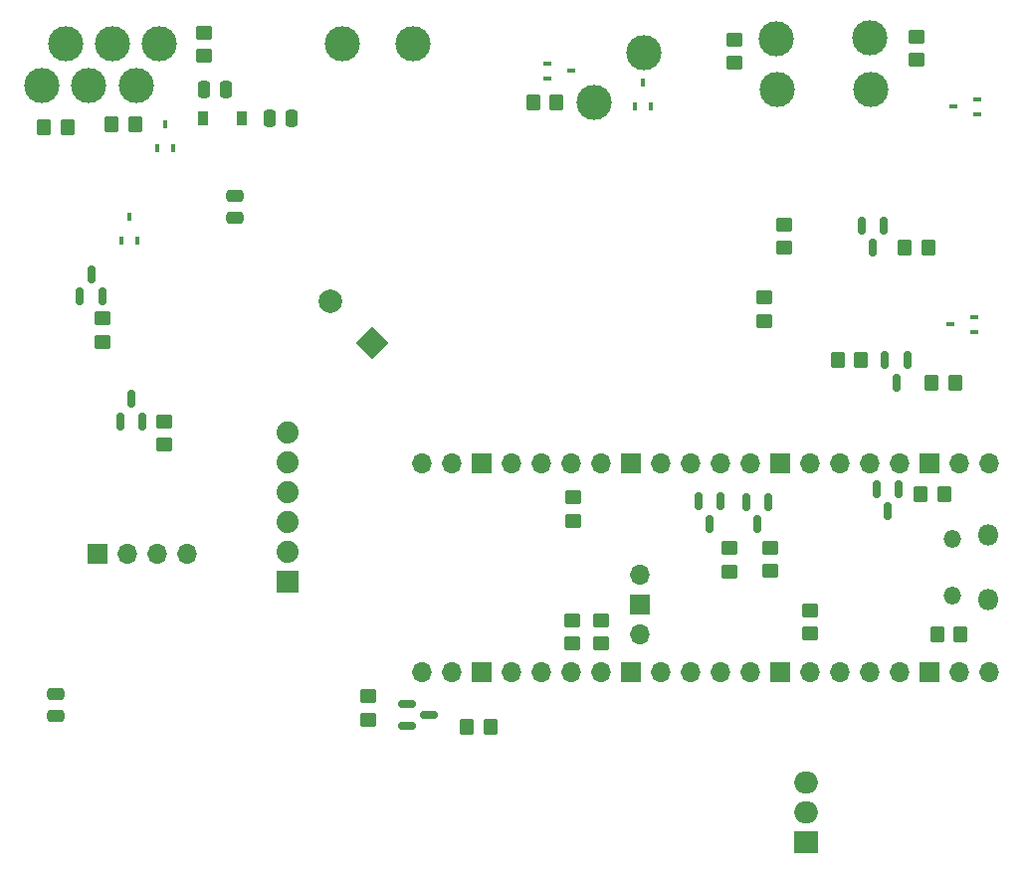
<source format=gbr>
%TF.GenerationSoftware,KiCad,Pcbnew,6.0.11-2627ca5db0~126~ubuntu22.04.1*%
%TF.CreationDate,2023-02-22T13:25:34-05:00*%
%TF.ProjectId,webasto-mainboard,77656261-7374-46f2-9d6d-61696e626f61,2.0*%
%TF.SameCoordinates,Original*%
%TF.FileFunction,Soldermask,Bot*%
%TF.FilePolarity,Negative*%
%FSLAX46Y46*%
G04 Gerber Fmt 4.6, Leading zero omitted, Abs format (unit mm)*
G04 Created by KiCad (PCBNEW 6.0.11-2627ca5db0~126~ubuntu22.04.1) date 2023-02-22 13:25:34*
%MOMM*%
%LPD*%
G01*
G04 APERTURE LIST*
G04 Aperture macros list*
%AMRoundRect*
0 Rectangle with rounded corners*
0 $1 Rounding radius*
0 $2 $3 $4 $5 $6 $7 $8 $9 X,Y pos of 4 corners*
0 Add a 4 corners polygon primitive as box body*
4,1,4,$2,$3,$4,$5,$6,$7,$8,$9,$2,$3,0*
0 Add four circle primitives for the rounded corners*
1,1,$1+$1,$2,$3*
1,1,$1+$1,$4,$5*
1,1,$1+$1,$6,$7*
1,1,$1+$1,$8,$9*
0 Add four rect primitives between the rounded corners*
20,1,$1+$1,$2,$3,$4,$5,0*
20,1,$1+$1,$4,$5,$6,$7,0*
20,1,$1+$1,$6,$7,$8,$9,0*
20,1,$1+$1,$8,$9,$2,$3,0*%
%AMRotRect*
0 Rectangle, with rotation*
0 The origin of the aperture is its center*
0 $1 length*
0 $2 width*
0 $3 Rotation angle, in degrees counterclockwise*
0 Add horizontal line*
21,1,$1,$2,0,0,$3*%
G04 Aperture macros list end*
%ADD10RoundRect,0.250000X0.450000X-0.350000X0.450000X0.350000X-0.450000X0.350000X-0.450000X-0.350000X0*%
%ADD11RoundRect,0.250000X0.350000X0.450000X-0.350000X0.450000X-0.350000X-0.450000X0.350000X-0.450000X0*%
%ADD12C,3.000000*%
%ADD13R,2.000000X1.905000*%
%ADD14O,2.000000X1.905000*%
%ADD15O,1.500000X1.500000*%
%ADD16O,1.800000X1.800000*%
%ADD17O,1.700000X1.700000*%
%ADD18R,1.700000X1.700000*%
%ADD19RotRect,2.000000X2.000000X135.000000*%
%ADD20C,2.000000*%
%ADD21R,1.879600X1.879600*%
%ADD22C,1.879600*%
%ADD23R,0.450000X0.700000*%
%ADD24RoundRect,0.250000X-0.450000X0.350000X-0.450000X-0.350000X0.450000X-0.350000X0.450000X0.350000X0*%
%ADD25R,0.900000X1.200000*%
%ADD26RoundRect,0.150000X-0.150000X0.587500X-0.150000X-0.587500X0.150000X-0.587500X0.150000X0.587500X0*%
%ADD27R,0.700000X0.450000*%
%ADD28RoundRect,0.150000X0.150000X-0.587500X0.150000X0.587500X-0.150000X0.587500X-0.150000X-0.587500X0*%
%ADD29RoundRect,0.250000X-0.350000X-0.450000X0.350000X-0.450000X0.350000X0.450000X-0.350000X0.450000X0*%
%ADD30RoundRect,0.250000X-0.250000X-0.475000X0.250000X-0.475000X0.250000X0.475000X-0.250000X0.475000X0*%
%ADD31RoundRect,0.150000X-0.587500X-0.150000X0.587500X-0.150000X0.587500X0.150000X-0.587500X0.150000X0*%
%ADD32RoundRect,0.250000X0.475000X-0.250000X0.475000X0.250000X-0.475000X0.250000X-0.475000X-0.250000X0*%
%ADD33RoundRect,0.250000X-0.475000X0.250000X-0.475000X-0.250000X0.475000X-0.250000X0.475000X0.250000X0*%
%ADD34RoundRect,0.250000X0.250000X0.475000X-0.250000X0.475000X-0.250000X-0.475000X0.250000X-0.475000X0*%
G04 APERTURE END LIST*
D10*
%TO.C,R2*%
X169200000Y-106350000D03*
X169200000Y-104350000D03*
%TD*%
D11*
%TO.C,R1*%
X181975000Y-106375000D03*
X179975000Y-106375000D03*
%TD*%
D12*
%TO.C,JX3*%
X155037200Y-56841000D03*
X150795400Y-61082800D03*
%TD*%
D13*
%TO.C,U6*%
X168839000Y-124079000D03*
D14*
X168839000Y-121539000D03*
X168839000Y-118999000D03*
%TD*%
D15*
%TO.C,U2*%
X181270000Y-103125000D03*
D16*
X184300000Y-97975000D03*
X184300000Y-103425000D03*
D15*
X181270000Y-98275000D03*
D17*
X184430000Y-91810000D03*
X181890000Y-91810000D03*
D18*
X179350000Y-91810000D03*
D17*
X176810000Y-91810000D03*
X174270000Y-91810000D03*
X171730000Y-91810000D03*
X169190000Y-91810000D03*
D18*
X166650000Y-91810000D03*
D17*
X164110000Y-91810000D03*
X161570000Y-91810000D03*
X159030000Y-91810000D03*
X156490000Y-91810000D03*
D18*
X153950000Y-91810000D03*
D17*
X151410000Y-91810000D03*
X148870000Y-91810000D03*
X146330000Y-91810000D03*
X143790000Y-91810000D03*
D18*
X141250000Y-91810000D03*
D17*
X138710000Y-91810000D03*
X136170000Y-91810000D03*
X136170000Y-109590000D03*
X138710000Y-109590000D03*
D18*
X141250000Y-109590000D03*
D17*
X143790000Y-109590000D03*
X146330000Y-109590000D03*
X148870000Y-109590000D03*
X151410000Y-109590000D03*
D18*
X153950000Y-109590000D03*
D17*
X156490000Y-109590000D03*
X159030000Y-109590000D03*
X161570000Y-109590000D03*
X164110000Y-109590000D03*
D18*
X166650000Y-109590000D03*
D17*
X169190000Y-109590000D03*
X171730000Y-109590000D03*
X174270000Y-109590000D03*
X176810000Y-109590000D03*
D18*
X179350000Y-109590000D03*
D17*
X181890000Y-109590000D03*
X184430000Y-109590000D03*
X154700000Y-101284100D03*
D18*
X154700000Y-103824100D03*
D17*
X154700000Y-106364100D03*
%TD*%
D18*
%TO.C,J2*%
X108525000Y-99550000D03*
D17*
X111065000Y-99550000D03*
X113605000Y-99550000D03*
X116145000Y-99550000D03*
%TD*%
D19*
%TO.C,BZ1*%
X131900000Y-81600000D03*
D20*
X128364466Y-78064466D03*
%TD*%
D12*
%TO.C,JX4*%
X166275000Y-55665200D03*
X166351200Y-60034000D03*
%TD*%
%TO.C,JX2*%
X135346800Y-56125000D03*
X129352400Y-56125000D03*
%TD*%
%TO.C,JX1*%
X113807200Y-56119400D03*
X109819400Y-56119400D03*
X105802400Y-56131600D03*
X111826000Y-59624600D03*
X107812800Y-59624600D03*
X103825000Y-59650000D03*
%TD*%
D21*
%TO.C,J1*%
X124700000Y-101900000D03*
D22*
X124700000Y-99360000D03*
X124700000Y-96820000D03*
X124700000Y-94280000D03*
X124700000Y-91740000D03*
X124700000Y-89200000D03*
%TD*%
D12*
%TO.C,JX5*%
X174275000Y-55640200D03*
X174351200Y-60009000D03*
%TD*%
D23*
%TO.C,D12*%
X155590000Y-61452000D03*
X154290000Y-61452000D03*
X154940000Y-59452000D03*
%TD*%
D24*
%TO.C,R33*%
X165800000Y-99000000D03*
X165800000Y-101000000D03*
%TD*%
D10*
%TO.C,R7*%
X109000000Y-81500000D03*
X109000000Y-79500000D03*
%TD*%
D25*
%TO.C,D8*%
X117550000Y-62475000D03*
X120850000Y-62475000D03*
%TD*%
D10*
%TO.C,R4*%
X148900000Y-107200000D03*
X148900000Y-105200000D03*
%TD*%
%TO.C,R34*%
X131577649Y-113642637D03*
X131577649Y-111642637D03*
%TD*%
D24*
%TO.C,R14*%
X178250000Y-55500000D03*
X178250000Y-57500000D03*
%TD*%
%TO.C,R5*%
X149000000Y-94750000D03*
X149000000Y-96750000D03*
%TD*%
D26*
%TO.C,Q18*%
X159662635Y-95095797D03*
X161562635Y-95095797D03*
X160612635Y-96970797D03*
%TD*%
D10*
%TO.C,R17*%
X117602000Y-57150000D03*
X117602000Y-55150000D03*
%TD*%
D27*
%TO.C,D6*%
X183118000Y-79360000D03*
X183118000Y-80660000D03*
X181118000Y-80010000D03*
%TD*%
D28*
%TO.C,Q4*%
X108950000Y-77625000D03*
X107050000Y-77625000D03*
X108000000Y-75750000D03*
%TD*%
D29*
%TO.C,R27*%
X140000000Y-114300000D03*
X142000000Y-114300000D03*
%TD*%
D26*
%TO.C,Q3*%
X175550000Y-83062500D03*
X177450000Y-83062500D03*
X176500000Y-84937500D03*
%TD*%
D30*
%TO.C,C5*%
X117575000Y-60025000D03*
X119475000Y-60025000D03*
%TD*%
D10*
%TO.C,R8*%
X114250000Y-90250000D03*
X114250000Y-88250000D03*
%TD*%
%TO.C,R28*%
X165300000Y-79700000D03*
X165300000Y-77700000D03*
%TD*%
D26*
%TO.C,Q2*%
X173550000Y-71562500D03*
X175450000Y-71562500D03*
X174500000Y-73437500D03*
%TD*%
D31*
%TO.C,Q11*%
X134900000Y-114200000D03*
X134900000Y-112300000D03*
X136775000Y-113250000D03*
%TD*%
D23*
%TO.C,D4*%
X111902000Y-72882000D03*
X110602000Y-72882000D03*
X111252000Y-70882000D03*
%TD*%
D29*
%TO.C,R6*%
X171500000Y-83000000D03*
X173500000Y-83000000D03*
%TD*%
D32*
%TO.C,C3*%
X120250000Y-70950000D03*
X120250000Y-69050000D03*
%TD*%
D26*
%TO.C,Q19*%
X163716824Y-95113167D03*
X165616824Y-95113167D03*
X164666824Y-96988167D03*
%TD*%
D11*
%TO.C,R30*%
X147600000Y-61100000D03*
X145600000Y-61100000D03*
%TD*%
D10*
%TO.C,R3*%
X151400000Y-107200000D03*
X151400000Y-105200000D03*
%TD*%
D28*
%TO.C,Q5*%
X112400000Y-88250000D03*
X110500000Y-88250000D03*
X111450000Y-86375000D03*
%TD*%
D11*
%TO.C,R10*%
X181500000Y-85000000D03*
X179500000Y-85000000D03*
%TD*%
D33*
%TO.C,C7*%
X105000000Y-111450000D03*
X105000000Y-113350000D03*
%TD*%
D24*
%TO.C,R13*%
X162750000Y-55750000D03*
X162750000Y-57750000D03*
%TD*%
D26*
%TO.C,Q10*%
X174818000Y-94058500D03*
X176718000Y-94058500D03*
X175768000Y-95933500D03*
%TD*%
D27*
%TO.C,D3*%
X183372000Y-60818000D03*
X183372000Y-62118000D03*
X181372000Y-61468000D03*
%TD*%
%TO.C,D11*%
X146828000Y-59070000D03*
X146828000Y-57770000D03*
X148828000Y-58420000D03*
%TD*%
D23*
%TO.C,D5*%
X114950000Y-65008000D03*
X113650000Y-65008000D03*
X114300000Y-63008000D03*
%TD*%
D34*
%TO.C,C4*%
X125090000Y-62490000D03*
X123190000Y-62490000D03*
%TD*%
D10*
%TO.C,R35*%
X166931638Y-73493555D03*
X166931638Y-71493555D03*
%TD*%
D29*
%TO.C,R15*%
X104000000Y-63250000D03*
X106000000Y-63250000D03*
%TD*%
D24*
%TO.C,R32*%
X162274502Y-99028417D03*
X162274502Y-101028417D03*
%TD*%
D11*
%TO.C,R16*%
X111750000Y-63000000D03*
X109750000Y-63000000D03*
%TD*%
%TO.C,R9*%
X179250000Y-73500000D03*
X177250000Y-73500000D03*
%TD*%
D29*
%TO.C,R18*%
X178562000Y-94488000D03*
X180562000Y-94488000D03*
%TD*%
M02*

</source>
